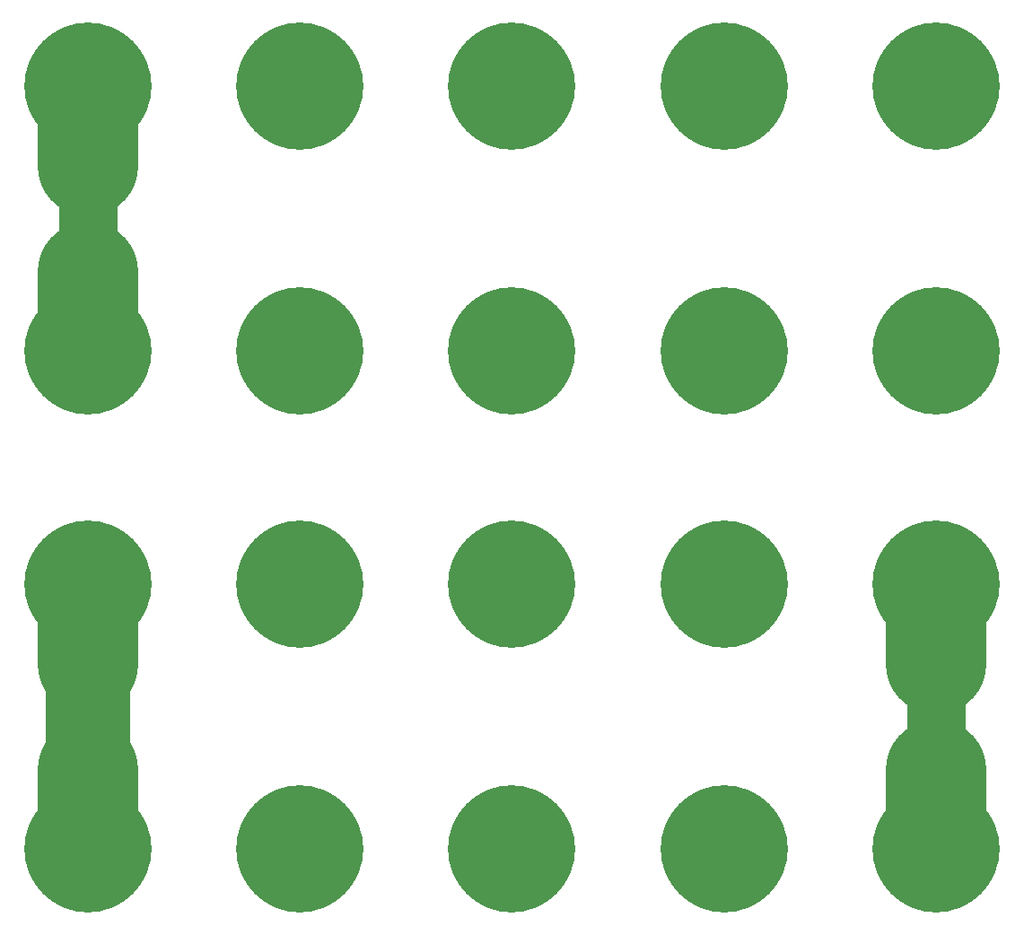
<source format=gtp>
G04*
G04 #@! TF.GenerationSoftware,Altium Limited,Altium Designer,23.9.2 (47)*
G04*
G04 Layer_Color=8421504*
%FSLAX25Y25*%
%MOIN*%
G70*
G04*
G04 #@! TF.SameCoordinates,F867936C-D2EA-4238-9ECD-A963B99A8E52*
G04*
G04*
G04 #@! TF.FilePolarity,Positive*
G04*
G01*
G75*
%ADD10C,0.47244*%
%ADD11C,0.37402*%
%ADD12C,0.21654*%
%ADD13C,0.31496*%
D10*
X354331Y153543D02*
D03*
Y55118D02*
D03*
X275590Y153543D02*
D03*
Y55118D02*
D03*
X196850Y240158D02*
D03*
Y153543D02*
D03*
Y55118D02*
D03*
X118110Y153543D02*
D03*
Y55118D02*
D03*
X354331Y240158D02*
D03*
Y338583D02*
D03*
X39370D02*
D03*
X196850D02*
D03*
X275590D02*
D03*
Y240158D02*
D03*
X39370Y55118D02*
D03*
Y153543D02*
D03*
X118110Y240158D02*
D03*
Y338583D02*
D03*
X39370Y240158D02*
D03*
D11*
X354331Y55118D02*
Y84646D01*
Y124016D02*
Y153543D01*
X39370Y309055D02*
Y338583D01*
Y240158D02*
Y269685D01*
Y124016D02*
Y153543D01*
Y55118D02*
Y84646D01*
D12*
X354331Y84646D02*
Y124016D01*
X39370Y269685D02*
Y309055D01*
D13*
Y84646D02*
Y124016D01*
M02*

</source>
